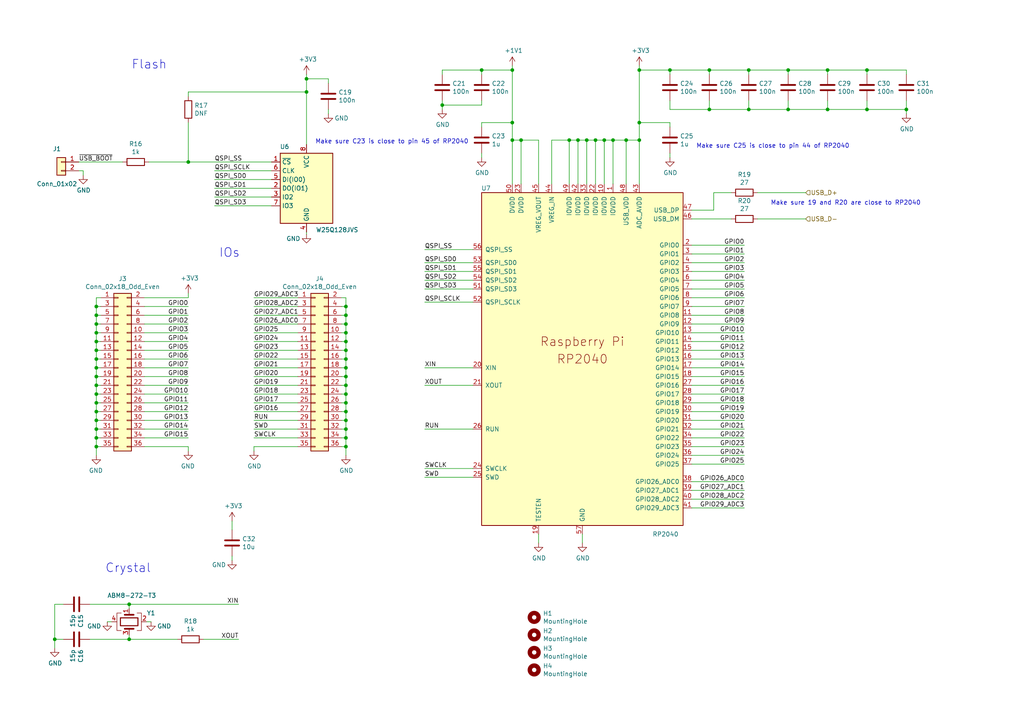
<source format=kicad_sch>
(kicad_sch (version 20250114) (generator "eeschema") (generator_version "9.0")
  (paper "A4")
  (lib_symbols
    (symbol "Connector_Generic:Conn_01x02" (pin_names (offset 1.016) (hide yes))
      (property "Reference" "J" (at 0 2.54 0))
      (property "Value" "Conn_01x02" (at 0 -5.08 0))
      (symbol "Conn_01x02_1_1"
        (rectangle (start -1.27 1.27) (end 1.27 -3.81) (stroke (width 0.254)) (fill (type background)))
        (rectangle (start -1.27 0.127) (end 0 -0.127) (stroke (width 0.1524)))
        (rectangle (start -1.27 -2.413) (end 0 -2.667) (stroke (width 0.1524)))
        (pin passive line (at -5.08 0 0) (length 3.81) (name "Pin_1") (number "1"))
        (pin passive line (at -5.08 -2.54 0) (length 3.81) (name "Pin_2") (number "2"))
      )
    )
    (symbol "Connector_Generic:Conn_02x18_Odd_Even" (pin_names (offset 1.016) (hide yes))
      (property "Reference" "J" (at 1.27 22.86 0))
      (property "Value" "Conn_02x18_Odd_Even" (at 1.27 -25.4 0))
      (symbol "Conn_02x18_Odd_Even_1_1"
        (rectangle (start -1.27 21.59) (end 3.81 -24.13) (stroke (width 0.254)) (fill (type background)))
        (rectangle (start -1.27 20.447) (end 0 20.193) (stroke (width 0.1524)))
        (rectangle (start -1.27 17.907) (end 0 17.653) (stroke (width 0.1524)))
        (rectangle (start -1.27 15.367) (end 0 15.113) (stroke (width 0.1524)))
        (rectangle (start -1.27 12.827) (end 0 12.573) (stroke (width 0.1524)))
        (rectangle (start -1.27 10.287) (end 0 10.033) (stroke (width 0.1524)))
        (rectangle (start -1.27 7.747) (end 0 7.493) (stroke (width 0.1524)))
        (rectangle (start -1.27 5.207) (end 0 4.953) (stroke (width 0.1524)))
        (rectangle (start -1.27 2.667) (end 0 2.413) (stroke (width 0.1524)))
        (rectangle (start -1.27 0.127) (end 0 -0.127) (stroke (width 0.1524)))
        (rectangle (start -1.27 -2.413) (end 0 -2.667) (stroke (width 0.1524)))
        (rectangle (start -1.27 -4.953) (end 0 -5.207) (stroke (width 0.1524)))
        (rectangle (start -1.27 -7.493) (end 0 -7.747) (stroke (width 0.1524)))
        (rectangle (start -1.27 -10.033) (end 0 -10.287) (stroke (width 0.1524)))
        (rectangle (start -1.27 -12.573) (end 0 -12.827) (stroke (width 0.1524)))
        (rectangle (start -1.27 -15.113) (end 0 -15.367) (stroke (width 0.1524)))
        (rectangle (start -1.27 -17.653) (end 0 -17.907) (stroke (width 0.1524)))
        (rectangle (start -1.27 -20.193) (end 0 -20.447) (stroke (width 0.1524)))
        (rectangle (start -1.27 -22.733) (end 0 -22.987) (stroke (width 0.1524)))
        (rectangle (start 3.81 20.447) (end 2.54 20.193) (stroke (width 0.1524)))
        (rectangle (start 3.81 17.907) (end 2.54 17.653) (stroke (width 0.1524)))
        (rectangle (start 3.81 15.367) (end 2.54 15.113) (stroke (width 0.1524)))
        (rectangle (start 3.81 12.827) (end 2.54 12.573) (stroke (width 0.1524)))
        (rectangle (start 3.81 10.287) (end 2.54 10.033) (stroke (width 0.1524)))
        (rectangle (start 3.81 7.747) (end 2.54 7.493) (stroke (width 0.1524)))
        (rectangle (start 3.81 5.207) (end 2.54 4.953) (stroke (width 0.1524)))
        (rectangle (start 3.81 2.667) (end 2.54 2.413) (stroke (width 0.1524)))
        (rectangle (start 3.81 0.127) (end 2.54 -0.127) (stroke (width 0.1524)))
        (rectangle (start 3.81 -2.413) (end 2.54 -2.667) (stroke (width 0.1524)))
        (rectangle (start 3.81 -4.953) (end 2.54 -5.207) (stroke (width 0.1524)))
        (rectangle (start 3.81 -7.493) (end 2.54 -7.747) (stroke (width 0.1524)))
        (rectangle (start 3.81 -10.033) (end 2.54 -10.287) (stroke (width 0.1524)))
        (rectangle (start 3.81 -12.573) (end 2.54 -12.827) (stroke (width 0.1524)))
        (rectangle (start 3.81 -15.113) (end 2.54 -15.367) (stroke (width 0.1524)))
        (rectangle (start 3.81 -17.653) (end 2.54 -17.907) (stroke (width 0.1524)))
        (rectangle (start 3.81 -20.193) (end 2.54 -20.447) (stroke (width 0.1524)))
        (rectangle (start 3.81 -22.733) (end 2.54 -22.987) (stroke (width 0.1524)))
        (pin passive line (at -5.08 20.32 0) (length 3.81) (name "Pin_1") (number "1"))
        (pin passive line (at -5.08 17.78 0) (length 3.81) (name "Pin_3") (number "3"))
        (pin passive line (at -5.08 15.24 0) (length 3.81) (name "Pin_5") (number "5"))
        (pin passive line (at -5.08 12.7 0) (length 3.81) (name "Pin_7") (number "7"))
        (pin passive line (at -5.08 10.16 0) (length 3.81) (name "Pin_9") (number "9"))
        (pin passive line (at -5.08 7.62 0) (length 3.81) (name "Pin_11") (number "11"))
        (pin passive line (at -5.08 5.08 0) (length 3.81) (name "Pin_13") (number "13"))
        (pin passive line (at -5.08 2.54 0) (length 3.81) (name "Pin_15") (number "15"))
        (pin passive line (at -5.08 0 0) (length 3.81) (name "Pin_17") (number "17"))
        (pin passive line (at -5.08 -2.54 0) (length 3.81) (name "Pin_19") (number "19"))
        (pin passive line (at -5.08 -5.08 0) (length 3.81) (name "Pin_21") (number "21"))
        (pin passive line (at -5.08 -7.62 0) (length 3.81) (name "Pin_23") (number "23"))
        (pin passive line (at -5.08 -10.16 0) (length 3.81) (name "Pin_25") (number "25"))
        (pin passive line (at -5.08 -12.7 0) (length 3.81) (name "Pin_27") (number "27"))
        (pin passive line (at -5.08 -15.24 0) (length 3.81) (name "Pin_29") (number "29"))
        (pin passive line (at -5.08 -17.78 0) (length 3.81) (name "Pin_31") (number "31"))
        (pin passive line (at -5.08 -20.32 0) (length 3.81) (name "Pin_33") (number "33"))
        (pin passive line (at -5.08 -22.86 0) (length 3.81) (name "Pin_35") (number "35"))
        (pin passive line (at 7.62 20.32 180) (length 3.81) (name "Pin_2") (number "2"))
        (pin passive line (at 7.62 17.78 180) (length 3.81) (name "Pin_4") (number "4"))
        (pin passive line (at 7.62 15.24 180) (length 3.81) (name "Pin_6") (number "6"))
        (pin passive line (at 7.62 12.7 180) (length 3.81) (name "Pin_8") (number "8"))
        (pin passive line (at 7.62 10.16 180) (length 3.81) (name "Pin_10") (number "10"))
        (pin passive line (at 7.62 7.62 180) (length 3.81) (name "Pin_12") (number "12"))
        (pin passive line (at 7.62 5.08 180) (length 3.81) (name "Pin_14") (number "14"))
        (pin passive line (at 7.62 2.54 180) (length 3.81) (name "Pin_16") (number "16"))
        (pin passive line (at 7.62 0 180) (length 3.81) (name "Pin_18") (number "18"))
        (pin passive line (at 7.62 -2.54 180) (length 3.81) (name "Pin_20") (number "20"))
        (pin passive line (at 7.62 -5.08 180) (length 3.81) (name "Pin_22") (number "22"))
        (pin passive line (at 7.62 -7.62 180) (length 3.81) (name "Pin_24") (number "24"))
        (pin passive line (at 7.62 -10.16 180) (length 3.81) (name "Pin_26") (number "26"))
        (pin passive line (at 7.62 -12.7 180) (length 3.81) (name "Pin_28") (number "28"))
        (pin passive line (at 7.62 -15.24 180) (length 3.81) (name "Pin_30") (number "30"))
        (pin passive line (at 7.62 -17.78 180) (length 3.81) (name "Pin_32") (number "32"))
        (pin passive line (at 7.62 -20.32 180) (length 3.81) (name "Pin_34") (number "34"))
        (pin passive line (at 7.62 -22.86 180) (length 3.81) (name "Pin_36") (number "36"))
      )
    )
    (symbol "Device:C" (pin_numbers (hide yes)) (pin_names (offset 0.254))
      (property "Reference" "C" (at 0.635 2.54 0))
      (property "Value" "C" (at 0.635 -2.54 0))
      (symbol "C_0_1"
        (polyline (pts (xy -2.032 0.762) (xy 2.032 0.762)) (stroke (width 0.508)))
        (polyline (pts (xy -2.032 -0.762) (xy 2.032 -0.762)) (stroke (width 0.508)))
      )
      (symbol "C_1_1"
        (pin passive line (at 0 3.81 270) (length 2.794) (name "~") (number "1"))
        (pin passive line (at 0 -3.81 90) (length 2.794) (name "~") (number "2"))
      )
    )
    (symbol "Device:Crystal_GND24" (pin_names (offset 1.016) (hide yes))
      (property "Reference" "Y" (at 3.175 5.08 0))
      (property "Value" "Crystal_GND24" (at 3.175 3.175 0))
      (symbol "Crystal_GND24_0_1"
        (polyline (pts (xy -2.54 2.286) (xy -2.54 3.556) (xy 2.54 3.556) (xy 2.54 2.286)))
        (polyline (pts (xy -2.54 0) (xy -2.032 0)))
        (polyline (pts (xy -2.54 -2.286) (xy -2.54 -3.556) (xy 2.54 -3.556) (xy 2.54 -2.286)))
        (polyline (pts (xy -2.032 -1.27) (xy -2.032 1.27)) (stroke (width 0.508)))
        (rectangle (start -1.143 2.54) (end 1.143 -2.54) (stroke (width 0.3048)))
        (polyline (pts (xy 0 3.556) (xy 0 3.81)))
        (polyline (pts (xy 0 -3.81) (xy 0 -3.556)))
        (polyline (pts (xy 2.032 0) (xy 2.54 0)))
        (polyline (pts (xy 2.032 -1.27) (xy 2.032 1.27)) (stroke (width 0.508)))
      )
      (symbol "Crystal_GND24_1_1"
        (pin passive line (at -3.81 0 0) (length 1.27) (name "1") (number "1"))
        (pin passive line (at 0 5.08 270) (length 1.27) (name "2") (number "2"))
        (pin passive line (at 0 -5.08 90) (length 1.27) (name "4") (number "4"))
        (pin passive line (at 3.81 0 180) (length 1.27) (name "3") (number "3"))
      )
    )
    (symbol "Device:R" (pin_numbers (hide yes)) (pin_names (offset 0))
      (property "Reference" "R" (at 2.032 0 90))
      (property "Value" "R" (at 0 0 90))
      (symbol "R_0_1"
        (rectangle (start -1.016 -2.54) (end 1.016 2.54) (stroke (width 0.254)))
      )
      (symbol "R_1_1"
        (pin passive line (at 0 3.81 270) (length 1.27) (name "~") (number "1"))
        (pin passive line (at 0 -3.81 90) (length 1.27) (name "~") (number "2"))
      )
    )
    (symbol "MCU_RaspberryPi_RP2040:RP2040" (pin_names (offset 1.016))
      (property "Reference" "U" (at -29.21 49.53 0))
      (property "Value" "RP2040" (at 24.13 -49.53 0))
      (symbol "RP2040_0_0"
        (text "Raspberry Pi" (at 0 5.08 0) (effects (font (size 2.54 2.54))))
        (text "RP2040" (at 0 0 0) (effects (font (size 2.54 2.54))))
      )
      (symbol "RP2040_0_1"
        (rectangle (start 29.21 48.26) (end -29.21 -48.26) (stroke (width 0.254)) (fill (type background)))
      )
      (symbol "RP2040_1_1"
        (pin bidirectional line (at -31.75 31.75 0) (length 2.54) (name "QSPI_SS") (number "56"))
        (pin bidirectional line (at -31.75 27.94 0) (length 2.54) (name "QSPI_SD0") (number "53"))
        (pin bidirectional line (at -31.75 25.4 0) (length 2.54) (name "QSPI_SD1") (number "55"))
        (pin bidirectional line (at -31.75 22.86 0) (length 2.54) (name "QSPI_SD2") (number "54"))
        (pin bidirectional line (at -31.75 20.32 0) (length 2.54) (name "QSPI_SD3") (number "51"))
        (pin output line (at -31.75 16.51 0) (length 2.54) (name "QSPI_SCLK") (number "52"))
        (pin input line (at -31.75 -2.54 0) (length 2.54) (name "XIN") (number "20"))
        (pin passive line (at -31.75 -7.62 0) (length 2.54) (name "XOUT") (number "21"))
        (pin input line (at -31.75 -20.32 0) (length 2.54) (name "RUN") (number "26"))
        (pin output line (at -31.75 -31.75 0) (length 2.54) (name "SWCLK") (number "24"))
        (pin bidirectional line (at -31.75 -34.29 0) (length 2.54) (name "SWD") (number "25"))
        (pin power_in line (at -20.32 50.8 270) (length 2.54) (name "DVDD") (number "50"))
        (pin power_in line (at -17.78 50.8 270) (length 2.54) (name "DVDD") (number "23"))
        (pin power_out line (at -12.7 50.8 270) (length 2.54) (name "VREG_VOUT") (number "45"))
        (pin passive line (at -12.7 -50.8 90) (length 2.54) (name "TESTEN") (number "19"))
        (pin power_in line (at -8.89 50.8 270) (length 2.54) (name "VREG_IN") (number "44"))
        (pin power_in line (at -3.81 50.8 270) (length 2.54) (name "IOVDD") (number "49"))
        (pin power_in line (at -1.27 50.8 270) (length 2.54) (name "IOVDD") (number "42"))
        (pin power_in line (at 0 -50.8 90) (length 2.54) (name "GND") (number "57"))
        (pin power_in line (at 1.27 50.8 270) (length 2.54) (name "IOVDD") (number "33"))
        (pin power_in line (at 3.81 50.8 270) (length 2.54) (name "IOVDD") (number "22"))
        (pin power_in line (at 6.35 50.8 270) (length 2.54) (name "IOVDD") (number "10"))
        (pin power_in line (at 8.89 50.8 270) (length 2.54) (name "IOVDD") (number "1"))
        (pin power_in line (at 12.7 50.8 270) (length 2.54) (name "USB_VDD") (number "48"))
        (pin power_in line (at 16.51 50.8 270) (length 2.54) (name "ADC_AVDD") (number "43"))
        (pin bidirectional line (at 31.75 43.18 180) (length 2.54) (name "USB_DP") (number "47"))
        (pin bidirectional line (at 31.75 40.64 180) (length 2.54) (name "USB_DM") (number "46"))
        (pin bidirectional line (at 31.75 33.02 180) (length 2.54) (name "GPIO0") (number "2"))
        (pin bidirectional line (at 31.75 30.48 180) (length 2.54) (name "GPIO1") (number "3"))
        (pin bidirectional line (at 31.75 27.94 180) (length 2.54) (name "GPIO2") (number "4"))
        (pin bidirectional line (at 31.75 25.4 180) (length 2.54) (name "GPIO3") (number "5"))
        (pin bidirectional line (at 31.75 22.86 180) (length 2.54) (name "GPIO4") (number "6"))
        (pin bidirectional line (at 31.75 20.32 180) (length 2.54) (name "GPIO5") (number "7"))
        (pin bidirectional line (at 31.75 17.78 180) (length 2.54) (name "GPIO6") (number "8"))
        (pin bidirectional line (at 31.75 15.24 180) (length 2.54) (name "GPIO7") (number "9"))
        (pin bidirectional line (at 31.75 12.7 180) (length 2.54) (name "GPIO8") (number "11"))
        (pin bidirectional line (at 31.75 10.16 180) (length 2.54) (name "GPIO9") (number "12"))
        (pin bidirectional line (at 31.75 7.62 180) (length 2.54) (name "GPIO10") (number "13"))
        (pin bidirectional line (at 31.75 5.08 180) (length 2.54) (name "GPIO11") (number "14"))
        (pin bidirectional line (at 31.75 2.54 180) (length 2.54) (name "GPIO12") (number "15"))
        (pin bidirectional line (at 31.75 0 180) (length 2.54) (name "GPIO13") (number "16"))
        (pin bidirectional line (at 31.75 -2.54 180) (length 2.54) (name "GPIO14") (number "17"))
        (pin bidirectional line (at 31.75 -5.08 180) (length 2.54) (name "GPIO15") (number "18"))
        (pin bidirectional line (at 31.75 -7.62 180) (length 2.54) (name "GPIO16") (number "27"))
        (pin bidirectional line (at 31.75 -10.16 180) (length 2.54) (name "GPIO17") (number "28"))
        (pin bidirectional line (at 31.75 -12.7 180) (length 2.54) (name "GPIO18") (number "29"))
        (pin bidirectional line (at 31.75 -15.24 180) (length 2.54) (name "GPIO19") (number "30"))
        (pin bidirectional line (at 31.75 -17.78 180) (length 2.54) (name "GPIO20") (number "31"))
        (pin bidirectional line (at 31.75 -20.32 180) (length 2.54) (name "GPIO21") (number "32"))
        (pin bidirectional line (at 31.75 -22.86 180) (length 2.54) (name "GPIO22") (number "34"))
        (pin bidirectional line (at 31.75 -25.4 180) (length 2.54) (name "GPIO23") (number "35"))
        (pin bidirectional line (at 31.75 -27.94 180) (length 2.54) (name "GPIO24") (number "36"))
        (pin bidirectional line (at 31.75 -30.48 180) (length 2.54) (name "GPIO25") (number "37"))
        (pin bidirectional line (at 31.75 -35.56 180) (length 2.54) (name "GPIO26_ADC0") (number "38"))
        (pin bidirectional line (at 31.75 -38.1 180) (length 2.54) (name "GPIO27_ADC1") (number "39"))
        (pin bidirectional line (at 31.75 -40.64 180) (length 2.54) (name "GPIO28_ADC2") (number "40"))
        (pin bidirectional line (at 31.75 -43.18 180) (length 2.54) (name "GPIO29_ADC3") (number "41"))
      )
    )
    (symbol "Mechanical:MountingHole" (pin_names (offset 1.016))
      (property "Reference" "H" (at 0 5.08 0))
      (property "Value" "MountingHole" (at 0 3.175 0))
      (symbol "MountingHole_0_1"
        (circle (center 0 0) (radius 1.27) (stroke (width 1.27)))
      )
    )
    (symbol "Memory_Flash:W25Q128JVS"
      (property "Reference" "U" (at -8.89 8.89 0))
      (property "Value" "W25Q128JVS" (at 7.62 8.89 0))
      (symbol "W25Q128JVS_0_1"
        (rectangle (start -7.62 10.16) (end 7.62 -10.16) (stroke (width 0.254)) (fill (type background)))
      )
      (symbol "W25Q128JVS_1_1"
        (pin input line (at -10.16 7.62 0) (length 2.54) (name "~{CS}") (number "1"))
        (pin input line (at -10.16 5.08 0) (length 2.54) (name "CLK") (number "6"))
        (pin bidirectional line (at -10.16 2.54 0) (length 2.54) (name "DI(IO0)") (number "5"))
        (pin bidirectional line (at -10.16 0 0) (length 2.54) (name "DO(IO1)") (number "2"))
        (pin bidirectional line (at -10.16 -2.54 0) (length 2.54) (name "IO2") (number "3"))
        (pin bidirectional line (at -10.16 -5.08 0) (length 2.54) (name "IO3") (number "7"))
        (pin power_in line (at 0 12.7 270) (length 2.54) (name "VCC") (number "8"))
        (pin power_in line (at 0 -12.7 90) (length 2.54) (name "GND") (number "4"))
      )
    )
    (symbol "power:+1V1" (power) (pin_names (offset 0))
      (property "Value" "+1V1" (at 0 3.556 0))
      (symbol "+1V1_0_1"
        (polyline (pts (xy -0.762 1.27) (xy 0 2.54)))
        (polyline (pts (xy 0 2.54) (xy 0.762 1.27)))
        (polyline (pts (xy 0 0) (xy 0 2.54)))
      )
      (symbol "+1V1_1_1"
        (pin power_in line (at 0 0 90) (length 0) (hide yes) (name "+1V1") (number "1"))
      )
    )
    (symbol "power:+3V3" (power) (pin_names (offset 0))
      (property "Value" "+3V3" (at 0 3.556 0))
      (symbol "+3V3_0_1"
        (polyline (pts (xy -0.762 1.27) (xy 0 2.54)))
        (polyline (pts (xy 0 2.54) (xy 0.762 1.27)))
        (polyline (pts (xy 0 0) (xy 0 2.54)))
      )
      (symbol "+3V3_1_1"
        (pin power_in line (at 0 0 90) (length 0) (hide yes) (name "+3V3") (number "1"))
      )
    )
    (symbol "power:GND" (power) (pin_names (offset 0))
      (property "Value" "GND" (at 0 -3.81 0))
      (symbol "GND_0_1"
        (polyline (pts (xy 0 0) (xy 0 -1.27) (xy 1.27 -1.27) (xy 0 -2.54) (xy -1.27 -1.27) (xy 0 -1.27)))
      )
      (symbol "GND_1_1"
        (pin power_in line (at 0 0 270) (length 0) (hide yes) (name "GND") (number "1"))
      )
    )
  )
  (text "Flash" (at 38.1 20.32 0) (effects (font (size 2.54 2.54)) (justify left bottom)))
  (text "Crystal" (at 30.48 166.37 0) (effects (font (size 2.54 2.54)) (justify left bottom)))
  (text "IOs" (at 63.5 74.93 0) (effects (font (size 2.54 2.54)) (justify left bottom)))
  (text "Make sure 19 and R20 are close to RP2040" (at 223.52 59.69 0) (effects (font (size 1.27 1.27)) (justify left bottom)))
  (text "Make sure C25 is close to pin 44 of RP2040" (at 201.93 43.18 0) (effects (font (size 1.27 1.27)) (justify left bottom)))
  (text "Make sure C23 is close to pin 45 of RP2040" (at 91.44 41.91 0) (effects (font (size 1.27 1.27)) (justify left bottom)))
  (junction (at 27.94 121.92))
  (junction (at 15.875 185.42))
  (junction (at 100.33 96.52))
  (junction (at 27.94 114.3))
  (junction (at 100.33 124.46))
  (junction (at 185.42 35.56))
  (junction (at 27.94 124.46))
  (junction (at 240.03 31.75))
  (junction (at 205.74 31.75))
  (junction (at 165.1 40.64))
  (junction (at 177.8 40.64))
  (junction (at 27.94 127))
  (junction (at 148.59 35.56))
  (junction (at 27.94 111.76))
  (junction (at 27.94 91.44))
  (junction (at 148.59 20.32))
  (junction (at 27.94 129.54))
  (junction (at 262.89 31.75))
  (junction (at 100.33 114.3))
  (junction (at 100.33 116.84))
  (junction (at 27.94 101.6))
  (junction (at 88.9 26.67))
  (junction (at 100.33 109.22))
  (junction (at 100.33 121.92))
  (junction (at 100.33 88.9))
  (junction (at 37.465 185.42))
  (junction (at 100.33 106.68))
  (junction (at 217.17 20.32))
  (junction (at 88.9 22.86))
  (junction (at 185.42 40.64))
  (junction (at 185.42 20.32))
  (junction (at 27.94 116.84))
  (junction (at 228.6 31.75))
  (junction (at 100.33 119.38))
  (junction (at 100.33 111.76))
  (junction (at 27.94 106.68))
  (junction (at 27.94 119.38))
  (junction (at 194.31 20.32))
  (junction (at 37.465 175.26))
  (junction (at 148.59 40.64))
  (junction (at 128.27 30.48))
  (junction (at 240.03 20.32))
  (junction (at 100.33 91.44))
  (junction (at 205.74 20.32))
  (junction (at 27.94 99.06))
  (junction (at 100.33 101.6))
  (junction (at 100.33 93.98))
  (junction (at 228.6 20.32))
  (junction (at 27.94 104.14))
  (junction (at 251.46 31.75))
  (junction (at 27.94 88.9))
  (junction (at 100.33 127))
  (junction (at 100.33 99.06))
  (junction (at 251.46 20.32))
  (junction (at 167.64 40.64))
  (junction (at 27.94 109.22))
  (junction (at 27.94 93.98))
  (junction (at 217.17 31.75))
  (junction (at 27.94 96.52))
  (junction (at 139.7 20.32))
  (junction (at 100.33 129.54))
  (junction (at 175.26 40.64))
  (junction (at 181.61 40.64))
  (junction (at 172.72 40.64))
  (junction (at 170.18 40.64))
  (junction (at 151.13 40.64))
  (junction (at 100.33 104.14))
  (junction (at 54.61 46.99))
  (wire (pts (xy 137.16 138.43) (xy 123.19 138.43)))
  (wire (pts (xy 54.61 96.52) (xy 41.91 96.52)))
  (wire (pts (xy 167.64 53.34) (xy 167.64 40.64)))
  (wire (pts (xy 100.33 127) (xy 100.33 129.54)))
  (wire (pts (xy 128.27 30.48) (xy 139.7 30.48)))
  (wire (pts (xy 99.06 96.52) (xy 100.33 96.52)))
  (wire (pts (xy 100.33 121.92) (xy 100.33 124.46)))
  (wire (pts (xy 165.1 53.34) (xy 165.1 40.64)))
  (wire (pts (xy 78.74 57.15) (xy 62.23 57.15)))
  (wire (pts (xy 99.06 121.92) (xy 100.33 121.92)))
  (wire (pts (xy 99.06 119.38) (xy 100.33 119.38)))
  (wire (pts (xy 137.16 135.89) (xy 123.19 135.89)))
  (wire (pts (xy 185.42 19.05) (xy 185.42 20.32)))
  (wire (pts (xy 128.27 21.59) (xy 128.27 20.32)))
  (wire (pts (xy 95.25 31.75) (xy 95.25 33.02)))
  (wire (pts (xy 228.6 20.32) (xy 240.03 20.32)))
  (wire (pts (xy 73.66 129.54) (xy 86.36 129.54)))
  (wire (pts (xy 251.46 31.75) (xy 262.89 31.75)))
  (wire (pts (xy 86.36 106.68) (xy 73.66 106.68)))
  (wire (pts (xy 86.36 93.98) (xy 73.66 93.98)))
  (wire (pts (xy 99.06 86.36) (xy 100.33 86.36)))
  (wire (pts (xy 167.64 40.64) (xy 170.18 40.64)))
  (wire (pts (xy 29.21 119.38) (xy 27.94 119.38)))
  (wire (pts (xy 194.31 20.32) (xy 205.74 20.32)))
  (wire (pts (xy 29.21 104.14) (xy 27.94 104.14)))
  (wire (pts (xy 151.13 53.34) (xy 151.13 40.64)))
  (wire (pts (xy 27.94 88.9) (xy 27.94 91.44)))
  (wire (pts (xy 29.21 116.84) (xy 27.94 116.84)))
  (wire (pts (xy 100.33 86.36) (xy 100.33 88.9)))
  (wire (pts (xy 185.42 40.64) (xy 185.42 53.34)))
  (wire (pts (xy 54.61 99.06) (xy 41.91 99.06)))
  (wire (pts (xy 156.21 154.94) (xy 156.21 157.48)))
  (wire (pts (xy 200.66 88.9) (xy 215.9 88.9)))
  (wire (pts (xy 185.42 20.32) (xy 185.42 35.56)))
  (wire (pts (xy 262.89 29.21) (xy 262.89 31.75)))
  (wire (pts (xy 86.36 101.6) (xy 73.66 101.6)))
  (wire (pts (xy 29.21 114.3) (xy 27.94 114.3)))
  (wire (pts (xy 100.33 96.52) (xy 100.33 99.06)))
  (wire (pts (xy 86.36 86.36) (xy 73.66 86.36)))
  (wire (pts (xy 24.13 49.53) (xy 24.13 50.8)))
  (wire (pts (xy 29.21 99.06) (xy 27.94 99.06)))
  (wire (pts (xy 27.94 93.98) (xy 27.94 96.52)))
  (wire (pts (xy 54.61 121.92) (xy 41.91 121.92)))
  (wire (pts (xy 54.61 27.94) (xy 54.61 26.67)))
  (wire (pts (xy 200.66 134.62) (xy 215.9 134.62)))
  (wire (pts (xy 54.61 93.98) (xy 41.91 93.98)))
  (wire (pts (xy 86.36 114.3) (xy 73.66 114.3)))
  (wire (pts (xy 139.7 36.83) (xy 139.7 35.56)))
  (wire (pts (xy 27.94 96.52) (xy 27.94 99.06)))
  (wire (pts (xy 54.61 114.3) (xy 41.91 114.3)))
  (wire (pts (xy 88.9 22.86) (xy 88.9 26.67)))
  (wire (pts (xy 31.115 180.34) (xy 32.385 180.34)))
  (wire (pts (xy 100.33 101.6) (xy 100.33 104.14)))
  (wire (pts (xy 100.33 104.14) (xy 100.33 106.68)))
  (wire (pts (xy 99.06 104.14) (xy 100.33 104.14)))
  (wire (pts (xy 219.71 55.88) (xy 233.68 55.88)))
  (wire (pts (xy 86.36 121.92) (xy 73.66 121.92)))
  (wire (pts (xy 29.21 127) (xy 27.94 127)))
  (wire (pts (xy 194.31 36.83) (xy 194.31 35.56)))
  (wire (pts (xy 128.27 20.32) (xy 139.7 20.32)))
  (wire (pts (xy 217.17 29.21) (xy 217.17 31.75)))
  (wire (pts (xy 207.01 55.88) (xy 212.09 55.88)))
  (wire (pts (xy 54.61 106.68) (xy 41.91 106.68)))
  (wire (pts (xy 100.33 111.76) (xy 100.33 114.3)))
  (wire (pts (xy 194.31 29.21) (xy 194.31 31.75)))
  (wire (pts (xy 27.94 129.54) (xy 27.94 132.08)))
  (wire (pts (xy 35.56 46.99) (xy 22.86 46.99)))
  (wire (pts (xy 54.61 124.46) (xy 41.91 124.46)))
  (wire (pts (xy 200.66 86.36) (xy 215.9 86.36)))
  (wire (pts (xy 15.875 175.26) (xy 15.875 185.42)))
  (wire (pts (xy 240.03 31.75) (xy 228.6 31.75)))
  (wire (pts (xy 170.18 40.64) (xy 172.72 40.64)))
  (wire (pts (xy 240.03 20.32) (xy 251.46 20.32)))
  (wire (pts (xy 86.36 91.44) (xy 73.66 91.44)))
  (wire (pts (xy 100.33 91.44) (xy 100.33 93.98)))
  (wire (pts (xy 175.26 40.64) (xy 177.8 40.64)))
  (wire (pts (xy 37.465 184.15) (xy 37.465 185.42)))
  (wire (pts (xy 27.94 116.84) (xy 27.94 119.38)))
  (wire (pts (xy 200.66 91.44) (xy 215.9 91.44)))
  (wire (pts (xy 200.66 101.6) (xy 215.9 101.6)))
  (wire (pts (xy 99.06 124.46) (xy 100.33 124.46)))
  (wire (pts (xy 177.8 40.64) (xy 177.8 53.34)))
  (wire (pts (xy 200.66 111.76) (xy 215.9 111.76)))
  (wire (pts (xy 185.42 35.56) (xy 194.31 35.56)))
  (wire (pts (xy 54.61 111.76) (xy 41.91 111.76)))
  (wire (pts (xy 67.31 151.13) (xy 67.31 153.67)))
  (wire (pts (xy 99.06 127) (xy 100.33 127)))
  (wire (pts (xy 29.21 91.44) (xy 27.94 91.44)))
  (wire (pts (xy 100.33 129.54) (xy 100.33 132.08)))
  (wire (pts (xy 100.33 116.84) (xy 100.33 119.38)))
  (wire (pts (xy 137.16 124.46) (xy 123.19 124.46)))
  (wire (pts (xy 22.86 49.53) (xy 24.13 49.53)))
  (wire (pts (xy 205.74 21.59) (xy 205.74 20.32)))
  (wire (pts (xy 137.16 87.63) (xy 123.19 87.63)))
  (wire (pts (xy 54.61 88.9) (xy 41.91 88.9)))
  (wire (pts (xy 54.61 91.44) (xy 41.91 91.44)))
  (wire (pts (xy 139.7 20.32) (xy 148.59 20.32)))
  (wire (pts (xy 26.035 175.26) (xy 37.465 175.26)))
  (wire (pts (xy 139.7 30.48) (xy 139.7 29.21)))
  (wire (pts (xy 78.74 59.69) (xy 62.23 59.69)))
  (wire (pts (xy 200.66 129.54) (xy 215.9 129.54)))
  (wire (pts (xy 54.61 86.36) (xy 54.61 85.09)))
  (wire (pts (xy 200.66 127) (xy 215.9 127)))
  (wire (pts (xy 99.06 116.84) (xy 100.33 116.84)))
  (wire (pts (xy 156.21 53.34) (xy 156.21 40.64)))
  (wire (pts (xy 99.06 111.76) (xy 100.33 111.76)))
  (wire (pts (xy 251.46 31.75) (xy 240.03 31.75)))
  (wire (pts (xy 172.72 53.34) (xy 172.72 40.64)))
  (wire (pts (xy 86.36 119.38) (xy 73.66 119.38)))
  (wire (pts (xy 200.66 96.52) (xy 215.9 96.52)))
  (wire (pts (xy 27.94 124.46) (xy 27.94 127)))
  (wire (pts (xy 29.21 124.46) (xy 27.94 124.46)))
  (wire (pts (xy 151.13 40.64) (xy 148.59 40.64)))
  (wire (pts (xy 62.23 49.53) (xy 78.74 49.53)))
  (wire (pts (xy 78.74 54.61) (xy 62.23 54.61)))
  (wire (pts (xy 54.61 119.38) (xy 41.91 119.38)))
  (wire (pts (xy 251.46 21.59) (xy 251.46 20.32)))
  (wire (pts (xy 240.03 29.21) (xy 240.03 31.75)))
  (wire (pts (xy 54.61 109.22) (xy 41.91 109.22)))
  (wire (pts (xy 228.6 21.59) (xy 228.6 20.32)))
  (wire (pts (xy 27.94 86.36) (xy 27.94 88.9)))
  (wire (pts (xy 123.19 106.68) (xy 137.16 106.68)))
  (wire (pts (xy 29.21 121.92) (xy 27.94 121.92)))
  (wire (pts (xy 100.33 114.3) (xy 100.33 116.84)))
  (wire (pts (xy 27.94 101.6) (xy 27.94 104.14)))
  (wire (pts (xy 37.465 185.42) (xy 51.435 185.42)))
  (wire (pts (xy 54.61 86.36) (xy 41.91 86.36)))
  (wire (pts (xy 54.61 129.54) (xy 41.91 129.54)))
  (wire (pts (xy 54.61 101.6) (xy 41.91 101.6)))
  (wire (pts (xy 251.46 20.32) (xy 262.89 20.32)))
  (wire (pts (xy 262.89 31.75) (xy 262.89 33.02)))
  (wire (pts (xy 18.415 175.26) (xy 15.875 175.26)))
  (wire (pts (xy 86.36 116.84) (xy 73.66 116.84)))
  (wire (pts (xy 217.17 21.59) (xy 217.17 20.32)))
  (wire (pts (xy 54.61 127) (xy 41.91 127)))
  (wire (pts (xy 200.66 121.92) (xy 215.9 121.92)))
  (wire (pts (xy 165.1 40.64) (xy 167.64 40.64)))
  (wire (pts (xy 181.61 53.34) (xy 181.61 40.64)))
  (wire (pts (xy 18.415 185.42) (xy 15.875 185.42)))
  (wire (pts (xy 200.66 114.3) (xy 215.9 114.3)))
  (wire (pts (xy 200.66 116.84) (xy 215.9 116.84)))
  (wire (pts (xy 170.18 53.34) (xy 170.18 40.64)))
  (wire (pts (xy 99.06 93.98) (xy 100.33 93.98)))
  (wire (pts (xy 181.61 40.64) (xy 185.42 40.64)))
  (wire (pts (xy 99.06 106.68) (xy 100.33 106.68)))
  (wire (pts (xy 54.61 104.14) (xy 41.91 104.14)))
  (wire (pts (xy 29.21 86.36) (xy 27.94 86.36)))
  (wire (pts (xy 185.42 35.56) (xy 185.42 40.64)))
  (wire (pts (xy 88.9 21.59) (xy 88.9 22.86)))
  (wire (pts (xy 139.7 44.45) (xy 139.7 45.72)))
  (wire (pts (xy 200.66 78.74) (xy 215.9 78.74)))
  (wire (pts (xy 160.02 40.64) (xy 165.1 40.64)))
  (wire (pts (xy 54.61 46.99) (xy 78.74 46.99)))
  (wire (pts (xy 128.27 30.48) (xy 128.27 31.75)))
  (wire (pts (xy 217.17 31.75) (xy 205.74 31.75)))
  (wire (pts (xy 29.21 88.9) (xy 27.94 88.9)))
  (wire (pts (xy 194.31 44.45) (xy 194.31 45.72)))
  (wire (pts (xy 86.36 109.22) (xy 73.66 109.22)))
  (wire (pts (xy 200.66 142.24) (xy 215.9 142.24)))
  (wire (pts (xy 29.21 93.98) (xy 27.94 93.98)))
  (wire (pts (xy 205.74 29.21) (xy 205.74 31.75)))
  (wire (pts (xy 27.94 114.3) (xy 27.94 116.84)))
  (wire (pts (xy 219.71 63.5) (xy 233.68 63.5)))
  (wire (pts (xy 27.94 121.92) (xy 27.94 124.46)))
  (wire (pts (xy 251.46 29.21) (xy 251.46 31.75)))
  (wire (pts (xy 86.36 96.52) (xy 73.66 96.52)))
  (wire (pts (xy 86.36 88.9) (xy 73.66 88.9)))
  (wire (pts (xy 200.66 104.14) (xy 215.9 104.14)))
  (wire (pts (xy 148.59 35.56) (xy 148.59 40.64)))
  (wire (pts (xy 86.36 124.46) (xy 73.66 124.46)))
  (wire (pts (xy 100.33 88.9) (xy 100.33 91.44)))
  (wire (pts (xy 27.94 99.06) (xy 27.94 101.6)))
  (wire (pts (xy 100.33 109.22) (xy 100.33 111.76)))
  (wire (pts (xy 168.91 154.94) (xy 168.91 157.48)))
  (wire (pts (xy 100.33 119.38) (xy 100.33 121.92)))
  (wire (pts (xy 29.21 111.76) (xy 27.94 111.76)))
  (wire (pts (xy 148.59 19.05) (xy 148.59 20.32)))
  (wire (pts (xy 200.66 81.28) (xy 215.9 81.28)))
  (wire (pts (xy 200.66 76.2) (xy 215.9 76.2)))
  (wire (pts (xy 200.66 109.22) (xy 215.9 109.22)))
  (wire (pts (xy 29.21 96.52) (xy 27.94 96.52)))
  (wire (pts (xy 29.21 109.22) (xy 27.94 109.22)))
  (wire (pts (xy 200.66 93.98) (xy 215.9 93.98)))
  (wire (pts (xy 205.74 20.32) (xy 217.17 20.32)))
  (wire (pts (xy 200.66 132.08) (xy 215.9 132.08)))
  (wire (pts (xy 29.21 106.68) (xy 27.94 106.68)))
  (wire (pts (xy 123.19 81.28) (xy 137.16 81.28)))
  (wire (pts (xy 137.16 111.76) (xy 123.19 111.76)))
  (wire (pts (xy 15.875 185.42) (xy 15.875 187.96)))
  (wire (pts (xy 54.61 130.81) (xy 54.61 129.54)))
  (wire (pts (xy 86.36 99.06) (xy 73.66 99.06)))
  (wire (pts (xy 100.33 93.98) (xy 100.33 96.52)))
  (wire (pts (xy 137.16 72.39) (xy 123.19 72.39)))
  (wire (pts (xy 200.66 147.32) (xy 215.9 147.32)))
  (wire (pts (xy 200.66 99.06) (xy 215.9 99.06)))
  (wire (pts (xy 99.06 91.44) (xy 100.33 91.44)))
  (wire (pts (xy 177.8 40.64) (xy 181.61 40.64)))
  (wire (pts (xy 194.31 21.59) (xy 194.31 20.32)))
  (wire (pts (xy 99.06 114.3) (xy 100.33 114.3)))
  (wire (pts (xy 200.66 60.96) (xy 207.01 60.96)))
  (wire (pts (xy 156.21 40.64) (xy 151.13 40.64)))
  (wire (pts (xy 228.6 31.75) (xy 217.17 31.75)))
  (wire (pts (xy 78.74 52.07) (xy 62.23 52.07)))
  (wire (pts (xy 88.9 67.945) (xy 88.9 67.31)))
  (wire (pts (xy 148.59 20.32) (xy 148.59 35.56)))
  (wire (pts (xy 200.66 139.7) (xy 215.9 139.7)))
  (wire (pts (xy 185.42 20.32) (xy 194.31 20.32)))
  (wire (pts (xy 73.66 130.81) (xy 73.66 129.54)))
  (wire (pts (xy 99.06 99.06) (xy 100.33 99.06)))
  (wire (pts (xy 27.94 104.14) (xy 27.94 106.68)))
  (wire (pts (xy 27.94 91.44) (xy 27.94 93.98)))
  (wire (pts (xy 54.61 35.56) (xy 54.61 46.99)))
  (wire (pts (xy 99.06 88.9) (xy 100.33 88.9)))
  (wire (pts (xy 207.01 55.88) (xy 207.01 60.96)))
  (wire (pts (xy 27.94 109.22) (xy 27.94 111.76)))
  (wire (pts (xy 86.36 104.14) (xy 73.66 104.14)))
  (wire (pts (xy 59.055 185.42) (xy 69.215 185.42)))
  (wire (pts (xy 148.59 40.64) (xy 148.59 53.34)))
  (wire (pts (xy 27.94 119.38) (xy 27.94 121.92)))
  (wire (pts (xy 100.33 106.68) (xy 100.33 109.22)))
  (wire (pts (xy 37.465 175.26) (xy 69.215 175.26)))
  (wire (pts (xy 123.19 78.74) (xy 137.16 78.74)))
  (wire (pts (xy 99.06 109.22) (xy 100.33 109.22)))
  (wire (pts (xy 54.61 26.67) (xy 88.9 26.67)))
  (wire (pts (xy 95.25 22.86) (xy 88.9 22.86)))
  (wire (pts (xy 123.19 83.82) (xy 137.16 83.82)))
  (wire (pts (xy 99.06 129.54) (xy 100.33 129.54)))
  (wire (pts (xy 95.25 24.13) (xy 95.25 22.86)))
  (wire (pts (xy 29.21 101.6) (xy 27.94 101.6)))
  (wire (pts (xy 27.94 127) (xy 27.94 129.54)))
  (wire (pts (xy 200.66 124.46) (xy 215.9 124.46)))
  (wire (pts (xy 54.61 116.84) (xy 41.91 116.84)))
  (wire (pts (xy 200.66 119.38) (xy 215.9 119.38)))
  (wire (pts (xy 100.33 124.46) (xy 100.33 127)))
  (wire (pts (xy 172.72 40.64) (xy 175.26 40.64)))
  (wire (pts (xy 200.66 83.82) (xy 215.9 83.82)))
  (wire (pts (xy 200.66 144.78) (xy 215.9 144.78)))
  (wire (pts (xy 160.02 53.34) (xy 160.02 40.64)))
  (wire (pts (xy 43.18 46.99) (xy 54.61 46.99)))
  (wire (pts (xy 139.7 35.56) (xy 148.59 35.56)))
  (wire (pts (xy 26.035 185.42) (xy 37.465 185.42)))
  (wire (pts (xy 86.36 127) (xy 73.66 127)))
  (wire (pts (xy 175.26 53.34) (xy 175.26 40.64)))
  (wire (pts (xy 200.66 73.66) (xy 215.9 73.66)))
  (wire (pts (xy 139.7 21.59) (xy 139.7 20.32)))
  (wire (pts (xy 88.9 26.67) (xy 88.9 41.91)))
  (wire (pts (xy 200.66 63.5) (xy 212.09 63.5)))
  (wire (pts (xy 205.74 31.75) (xy 194.31 31.75)))
  (wire (pts (xy 262.89 21.59) (xy 262.89 20.32)))
  (wire (pts (xy 67.31 161.29) (xy 67.31 162.56)))
  (wire (pts (xy 123.19 76.2) (xy 137.16 76.2)))
  (wire (pts (xy 27.94 111.76) (xy 27.94 114.3)))
  (wire (pts (xy 29.21 129.54) (xy 27.94 129.54)))
  (wire (pts (xy 99.06 101.6) (xy 100.33 101.6)))
  (wire (pts (xy 37.465 176.53) (xy 37.465 175.26)))
  (wire (pts (xy 228.6 29.21) (xy 228.6 31.75)))
  (wire (pts (xy 86.36 111.76) (xy 73.66 111.76)))
  (wire (pts (xy 200.66 106.68) (xy 215.9 106.68)))
  (wire (pts (xy 240.03 21.59) (xy 240.03 20.32)))
  (wire (pts (xy 100.33 99.06) (xy 100.33 101.6)))
  (wire (pts (xy 200.66 71.12) (xy 215.9 71.12)))
  (wire (pts (xy 217.17 20.32) (xy 228.6 20.32)))
  (wire (pts (xy 27.94 106.68) (xy 27.94 109.22)))
  (wire (pts (xy 128.27 29.21) (xy 128.27 30.48)))
  (wire (pts (xy 42.545 180.34) (xy 43.815 180.34)))
  (label "GPIO8" (at 54.61 109.22 180))
  (label "XIN" (at 123.19 106.68 0))
  (label "GPIO27_ADC1" (at 73.66 91.44 0))
  (label "GPIO6" (at 54.61 104.14 180))
  (label "SWD" (at 123.19 138.43 0))
  (label "XOUT" (at 123.19 111.76 0))
  (label "GPIO29_ADC3" (at 73.66 86.36 0))
  (label "GPIO12" (at 54.61 119.38 180))
  (label "GPIO11" (at 215.9 99.06 180))
  (label "GPIO18" (at 73.66 114.3 0))
  (label "GPIO16" (at 215.9 111.76 180))
  (label "GPIO29_ADC3" (at 215.9 147.32 180))
  (label "GPIO2" (at 215.9 76.2 180))
  (label "GPIO3" (at 54.61 96.52 180))
  (label "GPIO20" (at 73.66 109.22 0))
  (label "GPIO20" (at 215.9 121.92 180))
  (label "GPIO1" (at 215.9 73.66 180))
  (label "QSPI_SD2" (at 62.23 57.15 0))
  (label "GPIO21" (at 215.9 124.46 180))
  (label "GPIO5" (at 215.9 83.82 180))
  (label "GPIO19" (at 73.66 111.76 0))
  (label "GPIO15" (at 215.9 109.22 180))
  (label "QSPI_SD3" (at 123.19 83.82 0))
  (label "QSPI_SS" (at 62.23 46.99 0))
  (label "GPIO3" (at 215.9 78.74 180))
  (label "RUN" (at 123.19 124.46 0))
  (label "GPIO9" (at 54.61 111.76 180))
  (label "GPIO23" (at 215.9 129.54 180))
  (label "GPIO6" (at 215.9 86.36 180))
  (label "GPIO1" (at 54.61 91.44 180))
  (label "~{USB_BOOT}" (at 22.86 46.99 0))
  (label "GPIO18" (at 215.9 116.84 180))
  (label "GPIO24" (at 73.66 99.06 0))
  (label "QSPI_SS" (at 123.19 72.39 0))
  (label "QSPI_SD0" (at 62.23 52.07 0))
  (label "QSPI_SD0" (at 123.19 76.2 0))
  (label "QSPI_SD1" (at 123.19 78.74 0))
  (label "GPIO5" (at 54.61 101.6 180))
  (label "GPIO0" (at 215.9 71.12 180))
  (label "GPIO10" (at 215.9 96.52 180))
  (label "GPIO19" (at 215.9 119.38 180))
  (label "GPIO26_ADC0" (at 215.9 139.7 180))
  (label "SWCLK" (at 123.19 135.89 0))
  (label "GPIO22" (at 215.9 127 180))
  (label "GPIO9" (at 215.9 93.98 180))
  (label "XIN" (at 69.215 175.26 180))
  (label "GPIO25" (at 215.9 134.62 180))
  (label "GPIO21" (at 73.66 106.68 0))
  (label "GPIO0" (at 54.61 88.9 180))
  (label "GPIO24" (at 215.9 132.08 180))
  (label "GPIO14" (at 215.9 106.68 180))
  (label "GPIO10" (at 54.61 114.3 180))
  (label "GPIO13" (at 215.9 104.14 180))
  (label "QSPI_SCLK" (at 62.23 49.53 0))
  (label "GPIO23" (at 73.66 101.6 0))
  (label "GPIO17" (at 215.9 114.3 180))
  (label "GPIO25" (at 73.66 96.52 0))
  (label "GPIO4" (at 54.61 99.06 180))
  (label "GPIO15" (at 54.61 127 180))
  (label "XOUT" (at 69.215 185.42 180))
  (label "GPIO12" (at 215.9 101.6 180))
  (label "GPIO11" (at 54.61 116.84 180))
  (label "GPIO7" (at 215.9 88.9 180))
  (label "GPIO28_ADC2" (at 215.9 144.78 180))
  (label "GPIO22" (at 73.66 104.14 0))
  (label "GPIO17" (at 73.66 116.84 0))
  (label "RUN" (at 73.66 121.92 0))
  (label "QSPI_SD3" (at 62.23 59.69 0))
  (label "GPIO26_ADC0" (at 73.66 93.98 0))
  (label "GPIO14" (at 54.61 124.46 180))
  (label "SWCLK" (at 73.66 127 0))
  (label "SWD" (at 73.66 124.46 0))
  (label "QSPI_SCLK" (at 123.19 87.63 0))
  (label "GPIO7" (at 54.61 106.68 180))
  (label "GPIO27_ADC1" (at 215.9 142.24 180))
  (label "GPIO13" (at 54.61 121.92 180))
  (label "QSPI_SD1" (at 62.23 54.61 0))
  (label "GPIO2" (at 54.61 93.98 180))
  (label "QSPI_SD2" (at 123.19 81.28 0))
  (label "GPIO28_ADC2" (at 73.66 88.9 0))
  (label "GPIO8" (at 215.9 91.44 180))
  (label "GPIO16" (at 73.66 119.38 0))
  (label "GPIO4" (at 215.9 81.28 180))
  (hierarchical_label "USB_D-" (shape input) (at 233.68 63.5 0))
  (hierarchical_label "USB_D+" (shape input) (at 233.68 55.88 0))
  (symbol (lib_id "power:GND") (at 73.66 130.81 0) (unit 1)
    (property "Reference" "#PWR056" (effects (hide yes)))
    (property "Value" "GND" (at 73.787 135.2042 0))
  )
  (symbol (lib_id "Device:C") (at 251.46 25.4 0) (unit 1)
    (property "Reference" "C30" (at 254.381 24.2316 0) (effects (justify left)))
    (property "Value" "100n" (at 254.381 26.543 0) (effects (justify left)))
    (property "Footprint" "Capacitor_SMD:C_0402_1005Metric" (effects (hide yes)))
  )
  (symbol (lib_id "Device:C") (at 262.89 25.4 0) (unit 1)
    (property "Reference" "C31" (at 265.811 24.2316 0) (effects (justify left)))
    (property "Value" "100n" (at 265.811 26.543 0) (effects (justify left)))
    (property "Footprint" "Capacitor_SMD:C_0402_1005Metric" (effects (hide yes)))
  )
  (symbol (lib_id "Mechanical:MountingHole") (at 154.94 179.07 0) (unit 1)
    (property "Reference" "H1" (at 157.48 177.9016 0) (effects (justify left)))
    (property "Value" "MountingHole" (at 157.48 180.213 0) (effects (justify left)))
    (property "Footprint" "MountingHole:MountingHole_2.7mm_M2.5" (effects (hide yes)))
  )
  (symbol (lib_id "Mechanical:MountingHole") (at 154.94 184.15 0) (unit 1)
    (property "Reference" "H2" (at 157.48 182.9816 0) (effects (justify left)))
    (property "Value" "MountingHole" (at 157.48 185.293 0) (effects (justify left)))
    (property "Footprint" "MountingHole:MountingHole_2.7mm_M2.5" (effects (hide yes)))
  )
  (symbol (lib_id "Mechanical:MountingHole") (at 154.94 189.23 0) (unit 1)
    (property "Reference" "H3" (at 157.48 188.0616 0) (effects (justify left)))
    (property "Value" "MountingHole" (at 157.48 190.373 0) (effects (justify left)))
    (property "Footprint" "MountingHole:MountingHole_2.7mm_M2.5" (effects (hide yes)))
  )
  (symbol (lib_id "Mechanical:MountingHole") (at 154.94 194.31 0) (unit 1)
    (property "Reference" "H4" (at 157.48 193.1416 0) (effects (justify left)))
    (property "Value" "MountingHole" (at 157.48 195.453 0) (effects (justify left)))
    (property "Footprint" "MountingHole:MountingHole_2.7mm_M2.5" (effects (hide yes)))
  )
  (symbol (lib_id "Device:C") (at 67.31 157.48 0) (unit 1)
    (property "Reference" "C32" (at 70.231 156.3116 0) (effects (justify left)))
    (property "Value" "10u" (at 70.231 158.623 0) (effects (justify left)))
    (property "Footprint" "Capacitor_SMD:C_0805_2012Metric" (effects (hide yes)))
  )
  (symbol (lib_id "Connector_Generic:Conn_01x02") (at 17.78 46.99 0) (mirror y) (unit 1)
    (property "Reference" "J1" (at 16.51 43.18 0))
    (property "Value" "Conn_01x02" (at 16.51 53.34 0))
    (property "Footprint" "Connector_PinHeader_2.54mm:PinHeader_1x02_P2.54mm_Vertical" (effects (hide yes)))
  )
  (symbol (lib_id "Connector_Generic:Conn_02x18_Odd_Even") (at 91.44 106.68 0) (unit 1)
    (property "Reference" "J4" (at 92.71 80.8482 0))
    (property "Value" "Conn_02x18_Odd_Even" (at 92.71 83.1596 0))
    (property "Footprint" "Connector_PinHeader_2.54mm:PinHeader_2x18_P2.54mm_Vertical" (effects (hide yes)))
  )
  (symbol (lib_id "Connector_Generic:Conn_02x18_Odd_Even") (at 34.29 106.68 0) (unit 1)
    (property "Reference" "J3" (at 35.56 80.8482 0))
    (property "Value" "Conn_02x18_Odd_Even" (at 35.56 83.1596 0))
    (property "Footprint" "Connector_PinHeader_2.54mm:PinHeader_2x18_P2.54mm_Vertical" (effects (hide yes)))
  )
  (symbol (lib_id "power:GND") (at 54.61 130.81 0) (mirror y) (unit 1)
    (property "Reference" "#PWR053" (effects (hide yes)))
    (property "Value" "GND" (at 54.483 135.2042 0))
  )
  (symbol (lib_id "power:GND") (at 27.94 132.08 0) (mirror y) (unit 1)
    (property "Reference" "#PWR051" (effects (hide yes)))
    (property "Value" "GND" (at 27.813 136.4742 0))
  )
  (symbol (lib_id "power:GND") (at 168.91 157.48 0) (unit 1)
    (property "Reference" "#PWR047" (effects (hide yes)))
    (property "Value" "GND" (at 169.037 161.8742 0))
  )
  (symbol (lib_id "power:+3V3") (at 67.31 151.13 0) (unit 1)
    (property "Reference" "#PWR054" (effects (hide yes)))
    (property "Value" "+3V3" (at 67.691 146.7358 0))
  )
  (symbol (lib_id "Device:C") (at 205.74 25.4 0) (unit 1)
    (property "Reference" "C26" (at 208.661 24.2316 0) (effects (justify left)))
    (property "Value" "100n" (at 208.661 26.543 0) (effects (justify left)))
    (property "Footprint" "Capacitor_SMD:C_0402_1005Metric" (effects (hide yes)))
  )
  (symbol (lib_id "Device:R") (at 54.61 31.75 0) (unit 1) (in_bom no) (on_board no)
    (property "Reference" "R17" (at 56.388 30.5816 0) (effects (justify left)))
    (property "Value" "DNF" (at 56.388 32.893 0) (effects (justify left)))
    (property "Footprint" "Resistor_SMD:R_0402_1005Metric" (effects (hide yes)))
  )
  (symbol (lib_id "power:GND") (at 43.815 180.34 0) (unit 1)
    (property "Reference" "#PWR036" (effects (hide yes)))
    (property "Value" "GND" (at 47.625 181.61 0))
  )
  (symbol (lib_id "power:GND") (at 139.7 45.72 0) (unit 1)
    (property "Reference" "#PWR044" (effects (hide yes)))
    (property "Value" "GND" (at 139.827 50.1142 0))
  )
  (symbol (lib_id "power:+3V3") (at 88.9 21.59 0) (unit 1)
    (property "Reference" "#PWR040" (effects (hide yes)))
    (property "Value" "+3V3" (at 89.281 17.1958 0))
  )
  (symbol (lib_id "Device:R") (at 55.245 185.42 270) (unit 1)
    (property "Reference" "R18" (at 55.245 180.1622 90))
    (property "Value" "1k" (at 55.245 182.4736 90))
    (property "Footprint" "Resistor_SMD:R_0402_1005Metric" (effects (hide yes)))
  )
  (symbol (lib_id "MCU_RaspberryPi_RP2040:RP2040") (at 168.91 104.14 0) (unit 1)
    (property "Reference" "U7" (at 140.97 54.61 0))
    (property "Value" "RP2040" (at 193.04 154.94 0))
    (property "Footprint" "RP2040_minimal:RP2040-QFN-56" (effects (hide yes)))
  )
  (symbol (lib_id "Device:Crystal_GND24") (at 37.465 180.34 270) (unit 1)
    (property "Reference" "Y1" (at 42.545 177.8 90) (effects (justify left)))
    (property "Value" "ABM8-272-T3" (at 31.115 172.72 90) (effects (justify left)))
    (property "Footprint" "Crystal:Crystal_SMD_3225-4Pin_3.2x2.5mm" (effects (hide yes)))
  )
  (symbol (lib_id "Device:R") (at 215.9 55.88 270) (unit 1)
    (property "Reference" "R19" (at 215.9 50.6222 90))
    (property "Value" "27" (at 215.9 52.9336 90))
    (property "Footprint" "Resistor_SMD:R_0402_1005Metric" (effects (hide yes)))
  )
  (symbol (lib_id "power:GND") (at 24.13 50.8 0) (unit 1)
    (property "Reference" "#PWR031" (effects (hide yes)))
    (property "Value" "GND" (at 24.257 55.1942 0))
  )
  (symbol (lib_id "power:GND") (at 128.27 31.75 0) (unit 1)
    (property "Reference" "#PWR043" (effects (hide yes)))
    (property "Value" "GND" (at 128.397 36.1442 0))
  )
  (symbol (lib_id "Device:C") (at 95.25 27.94 0) (unit 1)
    (property "Reference" "C19" (at 98.171 26.7716 0) (effects (justify left)))
    (property "Value" "100n" (at 98.171 29.083 0) (effects (justify left)))
    (property "Footprint" "Capacitor_SMD:C_0402_1005Metric" (effects (hide yes)))
  )
  (symbol (lib_id "Device:C") (at 240.03 25.4 0) (unit 1)
    (property "Reference" "C29" (at 242.951 24.2316 0) (effects (justify left)))
    (property "Value" "100n" (at 242.951 26.543 0) (effects (justify left)))
    (property "Footprint" "Capacitor_SMD:C_0402_1005Metric" (effects (hide yes)))
  )
  (symbol (lib_id "power:GND") (at 31.115 180.34 0) (unit 1)
    (property "Reference" "#PWR035" (effects (hide yes)))
    (property "Value" "GND" (at 27.305 181.61 0))
  )
  (symbol (lib_id "power:GND") (at 88.9 67.945 0) (unit 1)
    (property "Reference" "#PWR041" (effects (hide yes)))
    (property "Value" "GND" (at 85.09 69.215 0))
  )
  (symbol (lib_id "power:GND") (at 156.21 157.48 0) (unit 1)
    (property "Reference" "#PWR046" (effects (hide yes)))
    (property "Value" "GND" (at 156.337 161.8742 0))
  )
  (symbol (lib_id "Device:C") (at 228.6 25.4 0) (unit 1)
    (property "Reference" "C28" (at 231.521 24.2316 0) (effects (justify left)))
    (property "Value" "100n" (at 231.521 26.543 0) (effects (justify left)))
    (property "Footprint" "Capacitor_SMD:C_0402_1005Metric" (effects (hide yes)))
  )
  (symbol (lib_id "power:GND") (at 95.25 33.02 0) (unit 1)
    (property "Reference" "#PWR042" (effects (hide yes)))
    (property "Value" "GND" (at 99.06 34.29 0))
  )
  (symbol (lib_id "Device:C") (at 194.31 25.4 0) (unit 1)
    (property "Reference" "C24" (at 197.231 24.2316 0) (effects (justify left)))
    (property "Value" "100n" (at 197.231 26.543 0) (effects (justify left)))
    (property "Footprint" "Capacitor_SMD:C_0402_1005Metric" (effects (hide yes)))
  )
  (symbol (lib_id "power:GND") (at 15.875 187.96 0) (unit 1)
    (property "Reference" "#PWR032" (effects (hide yes)))
    (property "Value" "GND" (at 16.002 192.3542 0))
  )
  (symbol (lib_id "Device:C") (at 22.225 175.26 270) (unit 1)
    (property "Reference" "C15" (at 23.3934 178.181 0) (effects (justify left)))
    (property "Value" "15p" (at 21.082 178.181 0) (effects (justify left)))
    (property "Footprint" "Capacitor_SMD:C_0402_1005Metric" (effects (hide yes)))
  )
  (symbol (lib_id "power:+1V1") (at 148.59 19.05 0) (unit 1)
    (property "Reference" "#PWR045" (effects (hide yes)))
    (property "Value" "+1V1" (at 148.971 14.6558 0))
  )
  (symbol (lib_id "Device:R") (at 215.9 63.5 270) (unit 1)
    (property "Reference" "R20" (at 215.9 58.2422 90))
    (property "Value" "27" (at 215.9 60.5536 90))
    (property "Footprint" "Resistor_SMD:R_0402_1005Metric" (effects (hide yes)))
  )
  (symbol (lib_id "power:+3V3") (at 185.42 19.05 0) (unit 1)
    (property "Reference" "#PWR048" (effects (hide yes)))
    (property "Value" "+3V3" (at 185.801 14.6558 0))
  )
  (symbol (lib_id "power:GND") (at 262.89 33.02 0) (unit 1)
    (property "Reference" "#PWR050" (effects (hide yes)))
    (property "Value" "GND" (at 263.017 37.4142 0))
  )
  (symbol (lib_id "Device:C") (at 139.7 40.64 0) (unit 1)
    (property "Reference" "C23" (at 142.621 39.4716 0) (effects (justify left)))
    (property "Value" "1u" (at 142.621 41.783 0) (effects (justify left)))
    (property "Footprint" "Capacitor_SMD:C_0402_1005Metric" (effects (hide yes)))
  )
  (symbol (lib_id "Device:C") (at 139.7 25.4 0) (unit 1)
    (property "Reference" "C22" (at 142.621 24.2316 0) (effects (justify left)))
    (property "Value" "100n" (at 142.621 26.543 0) (effects (justify left)))
    (property "Footprint" "Capacitor_SMD:C_0402_1005Metric" (effects (hide yes)))
  )
  (symbol (lib_id "Device:C") (at 194.31 40.64 0) (unit 1)
    (property "Reference" "C25" (at 197.231 39.4716 0) (effects (justify left)))
    (property "Value" "1u" (at 197.231 41.783 0) (effects (justify left)))
    (property "Footprint" "Capacitor_SMD:C_0402_1005Metric" (effects (hide yes)))
  )
  (symbol (lib_id "power:GND") (at 67.31 162.56 0) (unit 1)
    (property "Reference" "#PWR055" (effects (hide yes)))
    (property "Value" "GND" (at 63.5 163.83 0))
  )
  (symbol (lib_id "power:+3V3") (at 54.61 85.09 0) (unit 1)
    (property "Reference" "#PWR052" (effects (hide yes)))
    (property "Value" "+3V3" (at 54.991 80.6958 0))
  )
  (symbol (lib_id "power:GND") (at 100.33 132.08 0) (unit 1)
    (property "Reference" "#PWR057" (effects (hide yes)))
    (property "Value" "GND" (at 100.457 136.4742 0))
  )
  (symbol (lib_id "Device:C") (at 22.225 185.42 270) (unit 1)
    (property "Reference" "C16" (at 23.3934 188.341 0) (effects (justify left)))
    (property "Value" "15p" (at 21.082 188.341 0) (effects (justify left)))
    (property "Footprint" "Capacitor_SMD:C_0402_1005Metric" (effects (hide yes)))
  )
  (symbol (lib_id "Device:C") (at 128.27 25.4 0) (unit 1)
    (property "Reference" "C21" (at 131.191 24.2316 0) (effects (justify left)))
    (property "Value" "100n" (at 131.191 26.543 0) (effects (justify left)))
    (property "Footprint" "Capacitor_SMD:C_0402_1005Metric" (effects (hide yes)))
  )
  (symbol (lib_id "Memory_Flash:W25Q128JVS") (at 88.9 54.61 0) (unit 1)
    (property "Reference" "U6" (at 82.55 42.545 0))
    (property "Value" "W25Q128JVS" (at 97.79 66.675 0))
    (property "Footprint" "Package_SO:SOIC-8_5.23x5.23mm_P1.27mm" (effects (hide yes)))
    (property "Datasheet" "http://www.winbond.com/resource-files/w25q128jv_dtr%20revc%2003272018%20plus.pdf" (effects (hide yes)))
  )
  (symbol (lib_id "Device:C") (at 217.17 25.4 0) (unit 1)
    (property "Reference" "C27" (at 220.091 24.2316 0) (effects (justify left)))
    (property "Value" "100n" (at 220.091 26.543 0) (effects (justify left)))
    (property "Footprint" "Capacitor_SMD:C_0402_1005Metric" (effects (hide yes)))
  )
  (symbol (lib_id "power:GND") (at 194.31 45.72 0) (unit 1)
    (property "Reference" "#PWR049" (effects (hide yes)))
    (property "Value" "GND" (at 194.437 50.1142 0))
  )
  (symbol (lib_id "Device:R") (at 39.37 46.99 270) (unit 1)
    (property "Reference" "R16" (at 39.37 41.7322 90))
    (property "Value" "1k" (at 39.37 44.0436 90))
    (property "Footprint" "Resistor_SMD:R_0402_1005Metric" (effects (hide yes)))
  )
)
</source>
